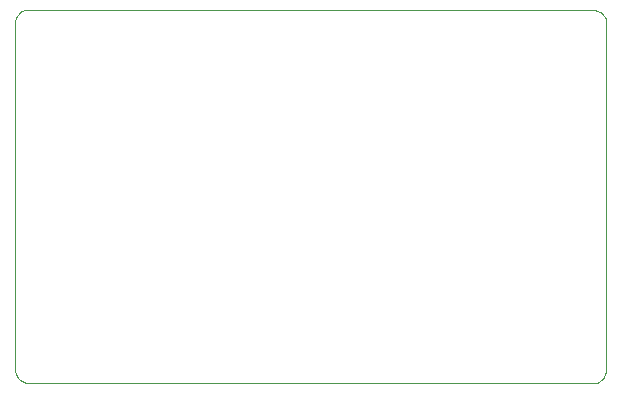
<source format=gbr>
%TF.GenerationSoftware,KiCad,Pcbnew,(6.0.4)*%
%TF.CreationDate,2022-04-09T23:38:07+02:00*%
%TF.ProjectId,cassette,63617373-6574-4746-952e-6b696361645f,rev?*%
%TF.SameCoordinates,Original*%
%TF.FileFunction,Profile,NP*%
%FSLAX46Y46*%
G04 Gerber Fmt 4.6, Leading zero omitted, Abs format (unit mm)*
G04 Created by KiCad (PCBNEW (6.0.4)) date 2022-04-09 23:38:07*
%MOMM*%
%LPD*%
G01*
G04 APERTURE LIST*
%TA.AperFunction,Profile*%
%ADD10C,0.100000*%
%TD*%
G04 APERTURE END LIST*
D10*
%TO.C,N1*%
X-25000000Y-13039062D02*
X-25000000Y-16718750D01*
X25000000Y-9359375D02*
X25000000Y-5679687D01*
X23994572Y-17798831D02*
X24208144Y-17762541D01*
X-23919922Y13798828D02*
X-23994568Y13798828D01*
X24581543Y-17575751D02*
X24732739Y-17433887D01*
X25000000Y-13039062D02*
X25000000Y-9359375D01*
X25000000Y1679688D02*
X25000000Y5359375D01*
X24942513Y-17074823D02*
X24992455Y-16866257D01*
X-24776921Y-17380371D02*
X-24635056Y-17531567D01*
X-23994568Y13798828D02*
X-24208140Y13762541D01*
X-24732743Y13433884D02*
X-24854506Y13265467D01*
X-25000000Y-2000000D02*
X-25000000Y-5679687D01*
X-24992455Y12866257D02*
X-25000000Y9039062D01*
X-25000000Y5359375D02*
X-25000000Y1679688D01*
X24466640Y13653334D02*
X24275992Y13741344D01*
X-25000000Y-16793400D02*
X-24963713Y-17006972D01*
X25000000Y9039062D02*
X25000000Y12718750D01*
X-5979980Y13798827D02*
X-11959961Y13798827D01*
X17939942Y-17798831D02*
X23919922Y-17798831D01*
X24963710Y13006968D02*
X24887910Y13204068D01*
X-17939941Y13798827D02*
X-23919922Y13798828D01*
X-5979980Y-17798831D02*
X0Y-17798831D01*
X24067421Y13791282D02*
X17939942Y13798827D01*
X-24067429Y-17791281D02*
X-17939941Y-17798831D01*
X-17939941Y-17798831D02*
X-11959961Y-17798831D01*
X-24405240Y13686741D02*
X-24581547Y13575749D01*
X-24963713Y-17006972D02*
X-24887913Y-17204063D01*
X0Y13798827D02*
X-5979980Y13798827D01*
X-24887913Y-17204063D02*
X-24776921Y-17380371D01*
X24405235Y-17686741D02*
X24581543Y-17575751D01*
X25000000Y-5679687D02*
X25000000Y-2000000D01*
X24776920Y13380375D02*
X24635056Y13531570D01*
X-24942516Y13074818D02*
X-24992455Y12866257D01*
X0Y-17798831D02*
X5979981Y-17798831D01*
X24992455Y-16866257D02*
X25000000Y-13039062D01*
X-24635056Y-17531567D02*
X-24466639Y-17653331D01*
X5979981Y13798827D02*
X0Y13798827D01*
X-24275990Y-17741341D02*
X-24067429Y-17791281D01*
X-11959961Y-17798831D02*
X-5979980Y-17798831D01*
X-25000000Y1679688D02*
X-25000000Y-2000000D01*
X5979981Y-17798831D02*
X11959961Y-17798831D01*
X24635056Y13531570D02*
X24466640Y13653334D01*
X-25000000Y-16718750D02*
X-25000000Y-16793400D01*
X25000000Y12718750D02*
X25000000Y12793400D01*
X-24208140Y13762541D02*
X-24405240Y13686741D01*
X25000000Y5359375D02*
X25000000Y9039062D01*
X24854503Y-17265471D02*
X24942513Y-17074823D01*
X-25000000Y9039062D02*
X-25000000Y5359375D01*
X11959961Y13798827D02*
X5979981Y13798827D01*
X17939942Y13798827D02*
X11959961Y13798827D01*
X24887910Y13204068D02*
X24776920Y13380375D01*
X24208144Y-17762541D02*
X24405235Y-17686741D01*
X-24854506Y13265467D02*
X-24942516Y13074818D01*
X23919922Y-17798831D02*
X23994572Y-17798831D01*
X-24581547Y13575749D02*
X-24732743Y13433884D01*
X-24466639Y-17653331D02*
X-24275990Y-17741341D01*
X-25000000Y-9359375D02*
X-25000000Y-13039062D01*
X-11959961Y13798827D02*
X-17939941Y13798827D01*
X11959961Y-17798831D02*
X17939942Y-17798831D01*
X24732739Y-17433887D02*
X24854503Y-17265471D01*
X24275992Y13741344D02*
X24067421Y13791282D01*
X25000000Y12793400D02*
X24963710Y13006968D01*
X-25000000Y-5679687D02*
X-25000000Y-9359375D01*
X25000000Y-2000000D02*
X25000000Y1679688D01*
%TD*%
M02*

</source>
